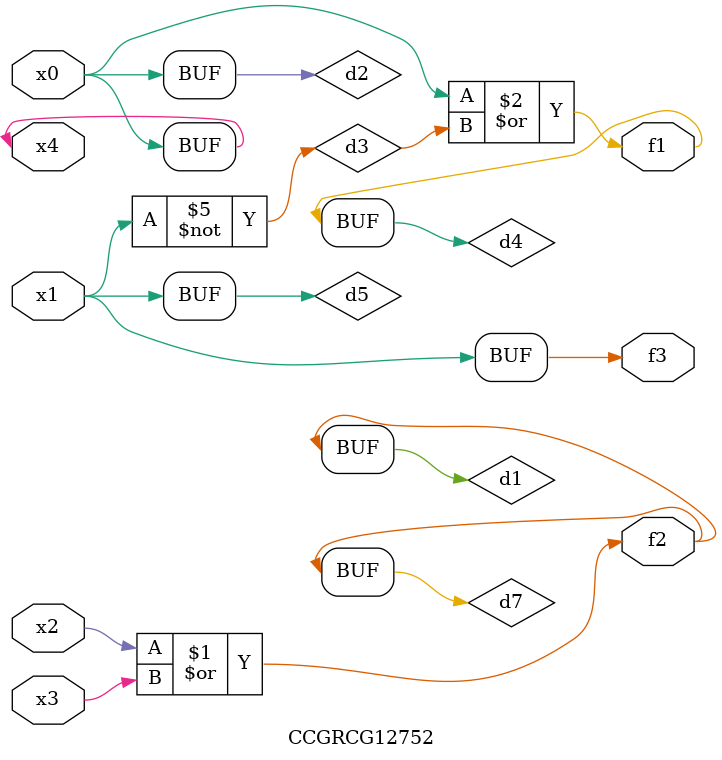
<source format=v>
module CCGRCG12752(
	input x0, x1, x2, x3, x4,
	output f1, f2, f3
);

	wire d1, d2, d3, d4, d5, d6, d7;

	or (d1, x2, x3);
	buf (d2, x0, x4);
	not (d3, x1);
	or (d4, d2, d3);
	not (d5, d3);
	nand (d6, d1, d3);
	or (d7, d1);
	assign f1 = d4;
	assign f2 = d7;
	assign f3 = d5;
endmodule

</source>
